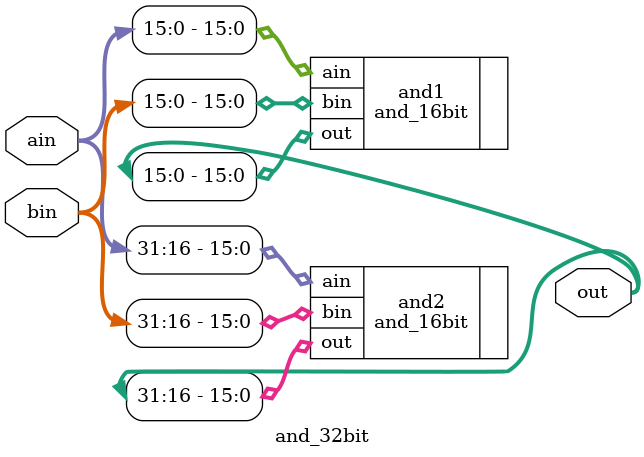
<source format=v>
module and_32bit (
	output [31:0] out,
	input [31:0] ain,
	input [31:0] bin
);
	and_16bit and1 (
		.out(out[15:0]),
		.ain(ain[15:0]),
		.bin(bin[15:0])
	);
	
	and_16bit and2 (
		.out(out[31:16]),
		.ain(ain[31:16]),
		.bin(bin[31:16])
	);
	
endmodule
</source>
